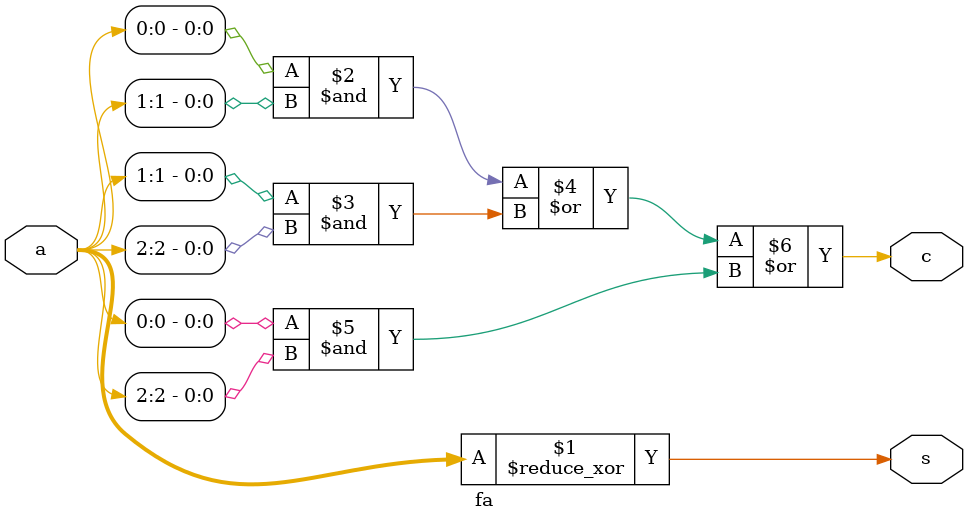
<source format=v>
module fa(output s,c,input [2:0]a);
assign s=^a;
assign c=(a[0]&a[1])|(a[1]&a[2])|(a[0]&a[2]);
endmodule
</source>
